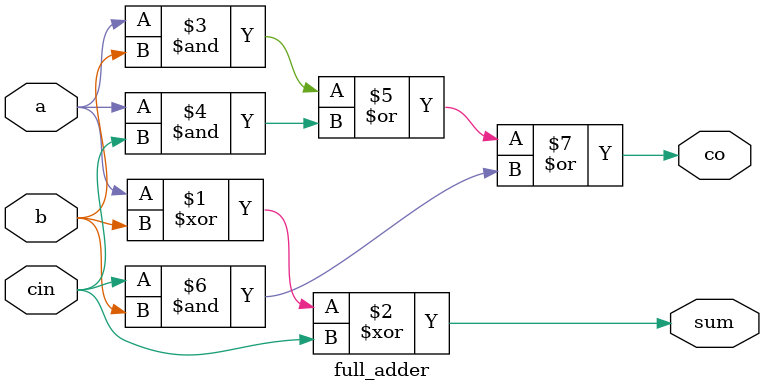
<source format=v>
module full_adder(a,b,cin,sum,co);

input a,b,cin;
output sum,co;

assign sum=a^b^cin;
assign co=(a&b)|(a&cin)|(cin&b);

endmodule

</source>
